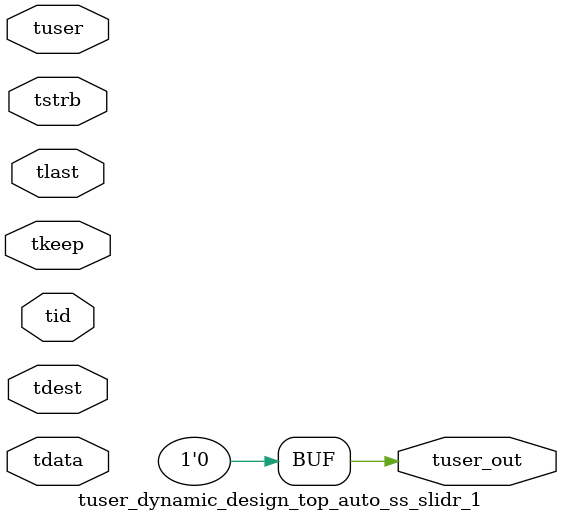
<source format=v>


`timescale 1ps/1ps

module tuser_dynamic_design_top_auto_ss_slidr_1 #
(
parameter C_S_AXIS_TUSER_WIDTH = 1,
parameter C_S_AXIS_TDATA_WIDTH = 32,
parameter C_S_AXIS_TID_WIDTH   = 0,
parameter C_S_AXIS_TDEST_WIDTH = 0,
parameter C_M_AXIS_TUSER_WIDTH = 1
)
(
input  [(C_S_AXIS_TUSER_WIDTH == 0 ? 1 : C_S_AXIS_TUSER_WIDTH)-1:0     ] tuser,
input  [(C_S_AXIS_TDATA_WIDTH == 0 ? 1 : C_S_AXIS_TDATA_WIDTH)-1:0     ] tdata,
input  [(C_S_AXIS_TID_WIDTH   == 0 ? 1 : C_S_AXIS_TID_WIDTH)-1:0       ] tid,
input  [(C_S_AXIS_TDEST_WIDTH == 0 ? 1 : C_S_AXIS_TDEST_WIDTH)-1:0     ] tdest,
input  [(C_S_AXIS_TDATA_WIDTH/8)-1:0 ] tkeep,
input  [(C_S_AXIS_TDATA_WIDTH/8)-1:0 ] tstrb,
input                                                                    tlast,
output [C_M_AXIS_TUSER_WIDTH-1:0] tuser_out
);

assign tuser_out = {1'b0};

endmodule


</source>
